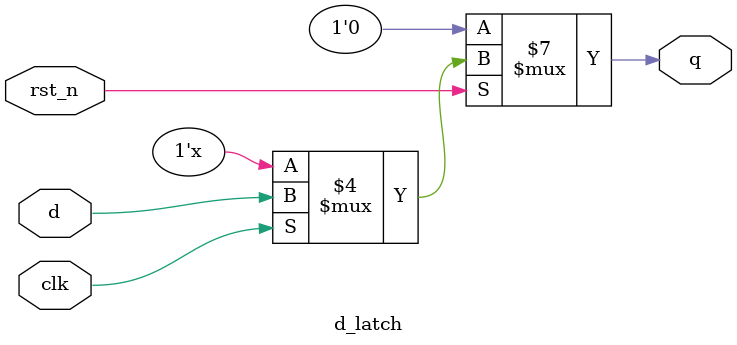
<source format=v>
module d_latch(q, d, clk, rst_n);
  
output                q             ;
input                 d             ;
input                 clk           ;
input                 rst_n         ;


reg   	               q             ;
always @ (d or clk or rst_n) begin
      if(rst_n == 1'b0) begin
              q <= 1'b0             ;
      end else begin
              if(clk == 1'b1) begin
                      q <= d        ;
              end
      end
end
endmodule

</source>
